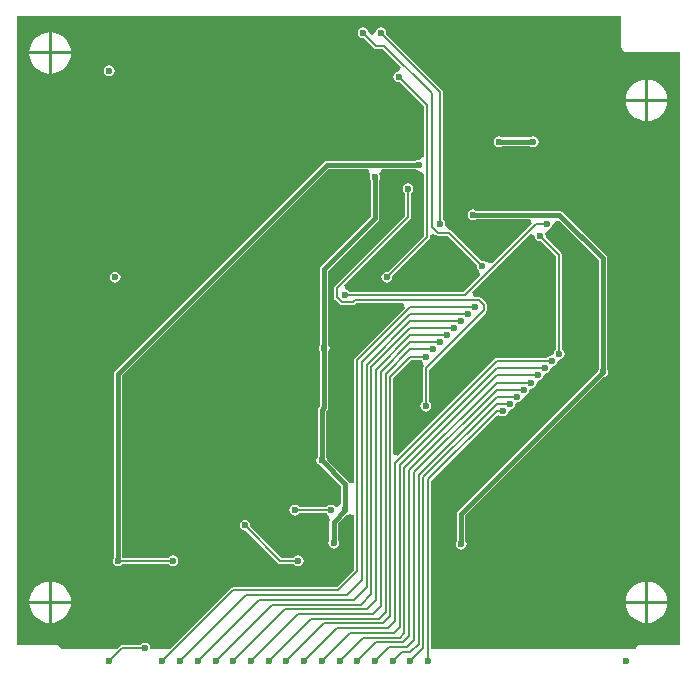
<source format=gbl>
G04 Layer_Physical_Order=2*
G04 Layer_Color=11436288*
%FSLAX25Y25*%
%MOIN*%
G70*
G01*
G75*
%ADD34C,0.01575*%
%ADD35C,0.00787*%
%ADD39C,0.02362*%
G36*
X342218Y425488D02*
X342913Y425349D01*
X343081Y425383D01*
X344389Y424598D01*
X344656Y424294D01*
Y403569D01*
X332603Y391516D01*
X332283Y391580D01*
X331589Y391441D01*
X330999Y391048D01*
X330606Y390459D01*
X330468Y389764D01*
X330606Y389069D01*
X330999Y388480D01*
X331589Y388086D01*
X332283Y387948D01*
X332978Y388086D01*
X333568Y388480D01*
X333961Y389069D01*
X334099Y389764D01*
X334036Y390083D01*
X346386Y402433D01*
X346605Y402762D01*
X346683Y403150D01*
Y403764D01*
X348137Y404367D01*
X348496Y404008D01*
X348825Y403788D01*
X349213Y403711D01*
X352588D01*
X362421Y393879D01*
X362357Y393559D01*
X362495Y392864D01*
X362889Y392275D01*
X362970Y392221D01*
X363332Y390669D01*
X363290Y390313D01*
X357848Y384871D01*
X319969D01*
X319788Y385142D01*
X319199Y385536D01*
X318802Y385615D01*
X318329Y386493D01*
X318175Y387214D01*
X340087Y409126D01*
X340306Y409455D01*
X340383Y409842D01*
Y417826D01*
X340654Y418007D01*
X341048Y418596D01*
X341186Y419291D01*
X341048Y419986D01*
X340654Y420575D01*
X340065Y420969D01*
X339370Y421107D01*
X338675Y420969D01*
X338086Y420575D01*
X337692Y419986D01*
X337554Y419291D01*
X337692Y418596D01*
X338086Y418007D01*
X338357Y417826D01*
Y410262D01*
X315032Y386937D01*
X314812Y386608D01*
X314735Y386221D01*
Y383071D01*
X314812Y382683D01*
X315032Y382354D01*
X316606Y380780D01*
X316935Y380560D01*
X317323Y380483D01*
X320866D01*
X321254Y380560D01*
X321583Y380780D01*
X322073Y381270D01*
X337847D01*
X338499Y379696D01*
X321725Y362921D01*
X321505Y362592D01*
X321428Y362205D01*
Y321351D01*
X319853Y321196D01*
X319811Y321408D01*
X319504Y321866D01*
X312400Y328971D01*
X312308Y329435D01*
X312045Y329829D01*
Y345083D01*
X312418Y345456D01*
X312724Y345915D01*
X312832Y346457D01*
Y365053D01*
X313095Y365447D01*
X313233Y366142D01*
X313095Y366837D01*
X312832Y367231D01*
Y391934D01*
X329347Y408449D01*
X329653Y408908D01*
X329761Y409449D01*
Y422140D01*
X330024Y422533D01*
X330162Y423228D01*
X330024Y423923D01*
X329855Y424176D01*
X330262Y425360D01*
X330553Y425751D01*
X341825D01*
X342218Y425488D01*
D02*
G37*
G36*
X381658Y403588D02*
X381649Y403543D01*
X381787Y402848D01*
X382181Y402259D01*
X382770Y401865D01*
X383465Y401727D01*
X383784Y401791D01*
X388751Y396824D01*
Y365638D01*
X388480Y365457D01*
X388086Y364868D01*
X387964Y364255D01*
X386707Y363489D01*
D01*
X385407Y362824D01*
X368898D01*
X368510Y362747D01*
X368181Y362527D01*
X335933Y330279D01*
X334478Y330882D01*
Y356273D01*
X340577Y362373D01*
X343810D01*
X343991Y362102D01*
X344158Y361991D01*
X344587Y360318D01*
X344587Y360193D01*
X344368Y359864D01*
X344290Y359477D01*
Y348316D01*
X344020Y348134D01*
X343626Y347545D01*
X343488Y346850D01*
X343626Y346155D01*
X344020Y345566D01*
X344609Y345173D01*
X345304Y345034D01*
X345999Y345173D01*
X346588Y345566D01*
X346981Y346155D01*
X347119Y346850D01*
X346981Y347545D01*
X346588Y348134D01*
X346317Y348316D01*
Y359057D01*
X365283Y378024D01*
X365503Y378352D01*
X365580Y378740D01*
Y380709D01*
X365503Y381096D01*
X365283Y381425D01*
X363709Y383000D01*
X363380Y383220D01*
X362992Y383297D01*
X361196D01*
X360594Y384752D01*
X380206Y404364D01*
X381658Y403588D01*
D02*
G37*
G36*
X410402Y466535D02*
X410524Y465921D01*
X410873Y465400D01*
X411393Y465052D01*
X412008Y464930D01*
X430087D01*
Y267354D01*
X416929D01*
X416315Y267231D01*
X415794Y266883D01*
X415446Y266363D01*
X415323Y265748D01*
X347076D01*
Y322021D01*
X368232Y343177D01*
X369582Y343991D01*
X370171Y343598D01*
X370866Y343460D01*
X371390Y343564D01*
X371561Y343598D01*
X371561Y343598D01*
X372150Y343991D01*
X372544Y344581D01*
Y344581D01*
X372544Y344581D01*
X373178Y345326D01*
X373923Y345960D01*
Y345960D01*
X373923D01*
Y345960D01*
X374512Y346354D01*
X374906Y346943D01*
X374906Y346943D01*
X374940Y347114D01*
X375044Y347638D01*
X375591Y348184D01*
X376115Y348288D01*
X376286Y348322D01*
X376286Y348322D01*
X376875Y348716D01*
X377268Y349305D01*
Y349305D01*
X377268Y349305D01*
X377902Y350051D01*
X378648Y350684D01*
Y350684D01*
X378648D01*
Y350684D01*
X379237Y351078D01*
X379630Y351667D01*
X379630Y351667D01*
X379664Y351838D01*
X379752Y352280D01*
X381010Y353047D01*
X381010Y353047D01*
X381010Y353047D01*
X381599Y353440D01*
X381993Y354029D01*
X381993Y354029D01*
X381993Y354029D01*
X382759Y355287D01*
X383372Y355409D01*
X383961Y355802D01*
X384355Y356392D01*
X384477Y357005D01*
X385734Y357771D01*
X385734Y357771D01*
X385734Y357771D01*
X386323Y358165D01*
X386717Y358754D01*
X386717Y358754D01*
X386717Y358754D01*
X387483Y360011D01*
X388096Y360133D01*
X388686Y360527D01*
X389079Y361116D01*
X389201Y361729D01*
X390459Y362495D01*
Y362495D01*
X390459D01*
Y362495D01*
X391048Y362889D01*
X391441Y363478D01*
X391442Y363478D01*
X391476Y363649D01*
X391580Y364173D01*
X391441Y364868D01*
X391048Y365457D01*
X390777Y365638D01*
Y397244D01*
X390700Y397632D01*
X390480Y397960D01*
X385217Y403224D01*
X385280Y403543D01*
X385142Y404238D01*
X385412Y404801D01*
X386049Y405709D01*
X386522Y405803D01*
X387111Y406196D01*
X387505Y406785D01*
X387643Y407480D01*
X388843Y408416D01*
X389816Y408577D01*
X402916Y395477D01*
Y359356D01*
X402653Y358963D01*
X402561Y358498D01*
X356086Y312024D01*
X355780Y311565D01*
X355672Y311024D01*
Y301876D01*
X355409Y301482D01*
X355271Y300787D01*
X355409Y300093D01*
X355802Y299503D01*
X356392Y299110D01*
X357087Y298971D01*
X357782Y299110D01*
X358371Y299503D01*
X358764Y300093D01*
X358903Y300787D01*
X358764Y301482D01*
X358501Y301876D01*
Y310438D01*
X404561Y356498D01*
X405026Y356590D01*
X405615Y356984D01*
X406008Y357573D01*
X406147Y358268D01*
X406008Y358963D01*
X405745Y359356D01*
Y396063D01*
X405638Y396604D01*
X405331Y397063D01*
X390764Y411630D01*
X390305Y411937D01*
X389764Y412044D01*
X362112D01*
X361719Y412308D01*
X361024Y412446D01*
X360329Y412308D01*
X359739Y411914D01*
X359346Y411325D01*
X359208Y410630D01*
X359346Y409935D01*
X359739Y409346D01*
X360329Y408952D01*
X361024Y408814D01*
X361719Y408952D01*
X362112Y409215D01*
X379965D01*
X380617Y407641D01*
X367419Y394443D01*
X367064Y394400D01*
X365511Y394762D01*
X365457Y394843D01*
X364868Y395237D01*
X364173Y395375D01*
X363854Y395311D01*
X353724Y405441D01*
X353395Y405660D01*
X353008Y405738D01*
X352872D01*
X352567Y406005D01*
X351783Y407312D01*
X351816Y407480D01*
X351678Y408175D01*
X351284Y408764D01*
X351013Y408945D01*
Y451575D01*
X350936Y451963D01*
X350716Y452291D01*
X332067Y470940D01*
X332131Y471260D01*
X331993Y471955D01*
X331599Y472544D01*
X331010Y472938D01*
X330315Y473076D01*
X329620Y472938D01*
X329031Y472544D01*
X328637Y471955D01*
X328499Y471260D01*
X327408Y470580D01*
X326225Y471260D01*
X326087Y471955D01*
X325693Y472544D01*
X325104Y472938D01*
X324409Y473076D01*
X323714Y472938D01*
X323125Y472544D01*
X322732Y471955D01*
X322593Y471260D01*
X322732Y470565D01*
X323125Y469976D01*
X323714Y469582D01*
X324409Y469444D01*
X324729Y469507D01*
X328024Y466213D01*
X328352Y465993D01*
X328740Y465916D01*
X331076D01*
X337041Y459951D01*
X336265Y458500D01*
X336221Y458509D01*
X335525Y458371D01*
X334936Y457977D01*
X334543Y457388D01*
X334404Y456693D01*
X334543Y455998D01*
X334936Y455409D01*
X335525Y455015D01*
X336221Y454877D01*
X336540Y454941D01*
X344656Y446824D01*
Y430037D01*
X344389Y429733D01*
X343081Y428948D01*
X342913Y428981D01*
X342218Y428843D01*
X341825Y428580D01*
X312205D01*
X311663Y428472D01*
X311205Y428166D01*
X241716Y358677D01*
X241410Y358219D01*
X241302Y357677D01*
Y296364D01*
X241039Y295971D01*
X240900Y295276D01*
X241039Y294581D01*
X241432Y293991D01*
X242022Y293598D01*
X242717Y293460D01*
X243411Y293598D01*
X244001Y293991D01*
X244182Y294262D01*
X259559D01*
X259739Y293991D01*
X260329Y293598D01*
X261024Y293460D01*
X261719Y293598D01*
X262308Y293991D01*
X262701Y294581D01*
X262840Y295276D01*
X262701Y295971D01*
X262308Y296560D01*
X261719Y296953D01*
X261024Y297092D01*
X260329Y296953D01*
X259739Y296560D01*
X259559Y296289D01*
X244182D01*
X244131Y296364D01*
Y357091D01*
X312791Y425751D01*
X326140D01*
X326431Y425360D01*
X326837Y424176D01*
X326669Y423923D01*
X326531Y423228D01*
X326669Y422533D01*
X326932Y422140D01*
Y410035D01*
X310417Y393520D01*
X310110Y393061D01*
X310003Y392520D01*
Y367231D01*
X309740Y366837D01*
X309601Y366142D01*
X309740Y365447D01*
X310003Y365053D01*
Y347043D01*
X309630Y346670D01*
X309323Y346211D01*
X309215Y345669D01*
Y329829D01*
X308952Y329435D01*
X308814Y328740D01*
X308952Y328045D01*
X309346Y327456D01*
X309935Y327062D01*
X310400Y326970D01*
X317089Y320280D01*
Y314111D01*
X315587Y313118D01*
X315310Y313166D01*
X315263Y313191D01*
X315064Y313489D01*
X314475Y313882D01*
X313779Y314021D01*
X313085Y313882D01*
X312495Y313489D01*
X312314Y313218D01*
X303040D01*
X302859Y313489D01*
X302270Y313882D01*
X301575Y314021D01*
X300880Y313882D01*
X300291Y313489D01*
X299897Y312900D01*
X299759Y312205D01*
X299897Y311510D01*
X300291Y310921D01*
X300880Y310527D01*
X301575Y310389D01*
X302270Y310527D01*
X302859Y310921D01*
X303040Y311192D01*
X312314D01*
X312495Y310921D01*
X312793Y310722D01*
X313148Y310055D01*
X313306Y308877D01*
X313260Y308809D01*
X313152Y308268D01*
Y302270D01*
X312889Y301876D01*
X312751Y301181D01*
X312889Y300486D01*
X313283Y299897D01*
X313872Y299503D01*
X314567Y299365D01*
X315262Y299503D01*
X315851Y299897D01*
X316245Y300486D01*
X316383Y301181D01*
X316245Y301876D01*
X315982Y302270D01*
Y307682D01*
X318734Y310435D01*
X319199Y310527D01*
X319788Y310921D01*
X319853Y311018D01*
X321428Y310540D01*
Y292152D01*
X315722Y286446D01*
X281102D01*
X280715Y286369D01*
X280386Y286150D01*
X259984Y265748D01*
X253714D01*
X253391Y266142D01*
X253253Y266837D01*
X252859Y267426D01*
X252270Y267819D01*
X251575Y267958D01*
X250880Y267819D01*
X250291Y267426D01*
X250110Y267155D01*
X244094D01*
X243707Y267078D01*
X243378Y266858D01*
X242268Y265748D01*
X223653D01*
X223531Y266363D01*
X223183Y266883D01*
X222662Y267231D01*
X222047Y267354D01*
X208889D01*
Y476741D01*
X410402D01*
Y466535D01*
D02*
G37*
%LPC*%
G36*
X418398Y288386D02*
X417544Y288302D01*
X416242Y287907D01*
X415043Y287266D01*
X413991Y286403D01*
X413128Y285351D01*
X412487Y284152D01*
X412092Y282850D01*
X412008Y281996D01*
X418398D01*
Y288386D01*
D02*
G37*
G36*
X220579D02*
Y281996D01*
X226968D01*
X226884Y282850D01*
X226489Y284152D01*
X225848Y285351D01*
X224985Y286403D01*
X223934Y287266D01*
X222734Y287907D01*
X221432Y288302D01*
X220579Y288386D01*
D02*
G37*
G36*
X419398D02*
Y281996D01*
X425787D01*
X425703Y282850D01*
X425308Y284152D01*
X424667Y285351D01*
X423804Y286403D01*
X422753Y287266D01*
X421553Y287907D01*
X420251Y288302D01*
X419398Y288386D01*
D02*
G37*
G36*
X220579Y471457D02*
Y465067D01*
X226968D01*
X226884Y465921D01*
X226489Y467222D01*
X225848Y468422D01*
X224985Y469474D01*
X223934Y470336D01*
X222734Y470978D01*
X221432Y471373D01*
X220579Y471457D01*
D02*
G37*
G36*
X285039Y308903D02*
X284344Y308764D01*
X283755Y308371D01*
X283362Y307782D01*
X283223Y307087D01*
X283362Y306392D01*
X283755Y305802D01*
X284344Y305409D01*
X285039Y305271D01*
X285359Y305334D01*
X296134Y294559D01*
X296463Y294339D01*
X296850Y294262D01*
X301291D01*
X301472Y293991D01*
X302061Y293598D01*
X302756Y293460D01*
X303451Y293598D01*
X304040Y293991D01*
X304434Y294581D01*
X304572Y295276D01*
X304434Y295971D01*
X304040Y296560D01*
X303451Y296953D01*
X302756Y297092D01*
X302061Y296953D01*
X301472Y296560D01*
X301291Y296289D01*
X297270D01*
X286792Y306767D01*
X286855Y307087D01*
X286717Y307782D01*
X286323Y308371D01*
X285734Y308764D01*
X285039Y308903D01*
D02*
G37*
G36*
X226968Y280996D02*
X220579D01*
Y274606D01*
X221432Y274691D01*
X222734Y275085D01*
X223934Y275727D01*
X224985Y276589D01*
X225848Y277641D01*
X226489Y278841D01*
X226884Y280142D01*
X226968Y280996D01*
D02*
G37*
G36*
X219579D02*
X213189D01*
X213273Y280142D01*
X213668Y278841D01*
X214309Y277641D01*
X215172Y276589D01*
X216224Y275727D01*
X217423Y275085D01*
X218725Y274691D01*
X219579Y274606D01*
Y280996D01*
D02*
G37*
G36*
X418398D02*
X412008D01*
X412092Y280142D01*
X412487Y278841D01*
X413128Y277641D01*
X413991Y276589D01*
X415043Y275727D01*
X416242Y275085D01*
X417544Y274691D01*
X418398Y274606D01*
Y280996D01*
D02*
G37*
G36*
X219579Y288386D02*
X218725Y288302D01*
X217423Y287907D01*
X216224Y287266D01*
X215172Y286403D01*
X214309Y285351D01*
X213668Y284152D01*
X213273Y282850D01*
X213189Y281996D01*
X219579D01*
Y288386D01*
D02*
G37*
G36*
X425787Y280996D02*
X419398D01*
Y274606D01*
X420251Y274691D01*
X421553Y275085D01*
X422753Y275727D01*
X423804Y276589D01*
X424667Y277641D01*
X425308Y278841D01*
X425703Y280142D01*
X425787Y280996D01*
D02*
G37*
G36*
X418398Y455709D02*
X417544Y455624D01*
X416242Y455230D01*
X415043Y454588D01*
X413991Y453725D01*
X413128Y452674D01*
X412487Y451474D01*
X412092Y450173D01*
X412008Y449319D01*
X418398D01*
Y455709D01*
D02*
G37*
G36*
X425787Y448319D02*
X419398D01*
Y441929D01*
X420251Y442013D01*
X421553Y442408D01*
X422753Y443049D01*
X423804Y443912D01*
X424667Y444964D01*
X425308Y446164D01*
X425703Y447465D01*
X425787Y448319D01*
D02*
G37*
G36*
X419398Y455709D02*
Y449319D01*
X425787D01*
X425703Y450173D01*
X425308Y451474D01*
X424667Y452674D01*
X423804Y453725D01*
X422753Y454588D01*
X421553Y455230D01*
X420251Y455624D01*
X419398Y455709D01*
D02*
G37*
G36*
X219579Y464067D02*
X213189D01*
X213273Y463213D01*
X213668Y461911D01*
X214309Y460712D01*
X215172Y459660D01*
X216224Y458797D01*
X217423Y458156D01*
X218725Y457761D01*
X219579Y457677D01*
Y464067D01*
D02*
G37*
G36*
X239764Y460477D02*
X239069Y460339D01*
X238480Y459945D01*
X238086Y459356D01*
X237948Y458661D01*
X238086Y457967D01*
X238480Y457377D01*
X239069Y456984D01*
X239764Y456845D01*
X240459Y456984D01*
X241048Y457377D01*
X241441Y457967D01*
X241580Y458661D01*
X241441Y459356D01*
X241048Y459945D01*
X240459Y460339D01*
X239764Y460477D01*
D02*
G37*
G36*
X226968Y464067D02*
X220579D01*
Y457677D01*
X221432Y457761D01*
X222734Y458156D01*
X223934Y458797D01*
X224985Y459660D01*
X225848Y460712D01*
X226489Y461911D01*
X226884Y463213D01*
X226968Y464067D01*
D02*
G37*
G36*
X219579Y471457D02*
X218725Y471373D01*
X217423Y470978D01*
X216224Y470336D01*
X215172Y469474D01*
X214309Y468422D01*
X213668Y467222D01*
X213273Y465921D01*
X213189Y465067D01*
X219579D01*
Y471457D01*
D02*
G37*
G36*
X241732Y391580D02*
X241037Y391441D01*
X240448Y391048D01*
X240054Y390459D01*
X239916Y389764D01*
X240054Y389069D01*
X240448Y388480D01*
X241037Y388086D01*
X241732Y387948D01*
X242427Y388086D01*
X243016Y388480D01*
X243410Y389069D01*
X243548Y389764D01*
X243410Y390459D01*
X243016Y391048D01*
X242427Y391441D01*
X241732Y391580D01*
D02*
G37*
G36*
X418398Y448319D02*
X412008D01*
X412092Y447465D01*
X412487Y446164D01*
X413128Y444964D01*
X413991Y443912D01*
X415043Y443049D01*
X416242Y442408D01*
X417544Y442013D01*
X418398Y441929D01*
Y448319D01*
D02*
G37*
G36*
X381102Y436855D02*
X380407Y436717D01*
X380013Y436454D01*
X370774D01*
X370380Y436717D01*
X369685Y436855D01*
X368990Y436717D01*
X368401Y436323D01*
X368007Y435734D01*
X367869Y435039D01*
X368007Y434344D01*
X368401Y433755D01*
X368990Y433362D01*
X369685Y433223D01*
X370380Y433362D01*
X370774Y433625D01*
X380013D01*
X380407Y433362D01*
X381102Y433223D01*
X381797Y433362D01*
X382386Y433755D01*
X382780Y434344D01*
X382918Y435039D01*
X382780Y435734D01*
X382386Y436323D01*
X381797Y436717D01*
X381102Y436855D01*
D02*
G37*
%LPD*%
D34*
X318504Y312205D02*
Y320866D01*
X310630Y328740D02*
X318504Y320866D01*
X314567Y308268D02*
X318504Y312205D01*
X314567Y301181D02*
Y308268D01*
X310630Y328740D02*
Y345669D01*
X311417Y346457D01*
Y366142D01*
Y392520D01*
X328346Y409449D01*
Y423228D01*
X361024Y410630D02*
X389764D01*
X404331Y396063D01*
Y358268D02*
Y396063D01*
X357087Y311024D02*
X404331Y358268D01*
X357087Y300787D02*
Y311024D01*
X242717Y295276D02*
Y357677D01*
X312205Y427165D01*
X342913D01*
X369685Y435039D02*
X381102D01*
D35*
X330315Y471260D02*
X350000Y451575D01*
Y407480D02*
Y451575D01*
X331496Y466929D02*
X347244Y451181D01*
X336221Y456693D02*
X345669Y447244D01*
Y403150D02*
Y447244D01*
X244094Y266142D02*
X251575D01*
X239764Y261811D02*
X244094Y266142D01*
X346063Y261811D02*
Y322441D01*
X340158Y261811D02*
X344488Y266142D01*
Y323228D01*
X340158Y363386D02*
X345276D01*
X340158Y365748D02*
X347638D01*
X340158Y368110D02*
X350000D01*
X340158Y370472D02*
X352362D01*
X340158Y372835D02*
X354724D01*
X340158Y375197D02*
X357087D01*
X340158Y377559D02*
X359449D01*
X340158Y379921D02*
X361811D01*
X242717Y295276D02*
X261024D01*
X333465Y356693D02*
X340158Y363386D01*
X331890Y357480D02*
X340158Y365748D01*
X330315Y358268D02*
X340158Y368110D01*
X328740Y359055D02*
X340158Y370472D01*
X327165Y359842D02*
X340158Y372835D01*
X325590Y360630D02*
X340158Y375197D01*
X324016Y361417D02*
X340158Y377559D01*
X322441Y362205D02*
X340158Y379921D01*
X334252Y261811D02*
X337402Y264961D01*
X328346Y261811D02*
X333071Y266535D01*
X322441Y261811D02*
X328740Y268110D01*
X316535Y261811D02*
X324409Y269685D01*
X336614D01*
X338189Y271260D01*
Y326378D01*
X328740Y268110D02*
X337795D01*
X339764Y270079D01*
Y325590D01*
X333071Y266535D02*
X338976D01*
X341339Y268898D01*
Y324803D01*
X337402Y264961D02*
X340158D01*
X342913Y267717D01*
Y324016D01*
X310630Y261811D02*
X320079Y271260D01*
X334646D01*
X336614Y273228D01*
Y327165D01*
X304724Y261811D02*
X315748Y272835D01*
X332677D01*
X335039Y275197D01*
Y327953D01*
X298819Y261811D02*
X311417Y274409D01*
X331102D01*
X333465Y276772D01*
Y356693D01*
X329528Y275984D02*
X331890Y278346D01*
X307087Y275984D02*
X329528D01*
X292913Y261811D02*
X307087Y275984D01*
X331890Y278346D02*
Y357480D01*
X287008Y261811D02*
X302756Y277559D01*
X327559D01*
X330315Y280315D01*
Y358268D01*
X325590Y279134D02*
X328740Y282283D01*
X298425Y279134D02*
X325590D01*
X281102Y261811D02*
X298425Y279134D01*
X328740Y282283D02*
Y359055D01*
X275197Y261811D02*
X294094Y280709D01*
X323622D01*
X327165Y284252D01*
Y359842D01*
X269291Y261811D02*
X289764Y282283D01*
X321260D01*
X325590Y286614D01*
Y360630D01*
X318898Y283858D02*
X324016Y288976D01*
X285433Y283858D02*
X318898D01*
X263386Y261811D02*
X285433Y283858D01*
X324016Y288976D02*
Y361417D01*
X257480Y261811D02*
X281102Y285433D01*
X316142D01*
X322441Y291732D01*
Y362205D01*
X301575Y312205D02*
X313779D01*
X296850Y295276D02*
X302756D01*
X368898Y345276D02*
X370866D01*
X346063Y322441D02*
X368898Y345276D01*
Y347638D02*
X373228D01*
X344488Y323228D02*
X368898Y347638D01*
Y350000D02*
X375590D01*
X342913Y324016D02*
X368898Y350000D01*
X368898Y352362D02*
X377953D01*
X341339Y324803D02*
X368898Y352362D01*
Y354724D02*
X380315D01*
X339764Y325590D02*
X368898Y354724D01*
Y357087D02*
X382677D01*
X338189Y326378D02*
X368898Y357087D01*
Y359449D02*
X385039D01*
X336614Y327165D02*
X368898Y359449D01*
Y361811D02*
X387402D01*
X335039Y327953D02*
X368898Y361811D01*
X285039Y307087D02*
X296850Y295276D01*
X353008Y404724D02*
X364173Y393559D01*
X349213Y404724D02*
X353008D01*
X347244Y406693D02*
X349213Y404724D01*
X347244Y406693D02*
Y451181D01*
X328740Y466929D02*
X331496D01*
X324409Y471260D02*
X328740Y466929D01*
X332283Y389764D02*
X345669Y403150D01*
X318504Y383858D02*
X358268D01*
X345304Y346850D02*
Y359477D01*
X364567Y378740D01*
Y380709D01*
X362992Y382283D02*
X364567Y380709D01*
X321654Y382283D02*
X362992D01*
X320866Y381496D02*
X321654Y382283D01*
X339370Y409842D02*
Y419291D01*
X389764Y364173D02*
Y397244D01*
X383465Y403543D02*
X389764Y397244D01*
X315748Y386221D02*
X339370Y409842D01*
X315748Y383071D02*
Y386221D01*
Y383071D02*
X317323Y381496D01*
X320866D01*
X381890Y407480D02*
X385827D01*
X358268Y383858D02*
X381890Y407480D01*
D39*
X284646Y296063D02*
D03*
X257480Y266929D02*
D03*
X367717Y311024D02*
D03*
X350787Y300787D02*
D03*
X304724Y366142D02*
D03*
X210236Y438976D02*
D03*
X407087Y474409D02*
D03*
X428740Y438976D02*
D03*
Y419291D02*
D03*
Y399606D02*
D03*
Y379921D02*
D03*
Y360236D02*
D03*
X409055Y364173D02*
D03*
X428740Y269685D02*
D03*
X399213Y267717D02*
D03*
X351969D02*
D03*
X241732Y389764D02*
D03*
X265354Y415354D02*
D03*
X285039D02*
D03*
X275197D02*
D03*
Y405512D02*
D03*
X265354Y454724D02*
D03*
X285039D02*
D03*
X275197D02*
D03*
Y464567D02*
D03*
X285039Y435039D02*
D03*
X255512D02*
D03*
X275197D02*
D03*
X265354D02*
D03*
X275197Y444882D02*
D03*
Y425197D02*
D03*
X285039D02*
D03*
Y444882D02*
D03*
X265354D02*
D03*
Y425197D02*
D03*
X255512D02*
D03*
Y444882D02*
D03*
X294882Y425197D02*
D03*
Y444882D02*
D03*
Y435039D02*
D03*
X245669D02*
D03*
X304724D02*
D03*
X336221Y437795D02*
D03*
X239764Y458661D02*
D03*
X359842Y393701D02*
D03*
X369291Y405118D02*
D03*
X428740Y340551D02*
D03*
Y320866D02*
D03*
Y301181D02*
D03*
X210236Y269685D02*
D03*
Y301181D02*
D03*
Y320866D02*
D03*
Y340551D02*
D03*
Y360236D02*
D03*
Y379921D02*
D03*
Y399606D02*
D03*
Y419291D02*
D03*
X418898Y429134D02*
D03*
Y423228D02*
D03*
X346063Y261811D02*
D03*
X340158D02*
D03*
X334252D02*
D03*
X322441D02*
D03*
X316535D02*
D03*
X310630D02*
D03*
X304724D02*
D03*
X239764D02*
D03*
X412008D02*
D03*
X257480D02*
D03*
X263386D02*
D03*
X269291D02*
D03*
X275197D02*
D03*
X281102D02*
D03*
X287008D02*
D03*
X292913D02*
D03*
X298819D02*
D03*
X328346D02*
D03*
X251575Y266142D02*
D03*
X365748Y423228D02*
D03*
X318898Y407087D02*
D03*
X328346Y423228D02*
D03*
X294882Y324803D02*
D03*
X371654Y423228D02*
D03*
X348031Y344488D02*
D03*
X340158Y352362D02*
D03*
X359842Y364173D02*
D03*
X364173Y393559D02*
D03*
X361024Y410630D02*
D03*
X345276Y363386D02*
D03*
X347638Y365748D02*
D03*
X350000Y368110D02*
D03*
X352362Y370472D02*
D03*
X354724Y372835D02*
D03*
X357087Y375197D02*
D03*
X359449Y377559D02*
D03*
X361811Y379921D02*
D03*
X302756Y389764D02*
D03*
X380315Y354724D02*
D03*
X385039Y359449D02*
D03*
X373228Y347638D02*
D03*
X375590Y350000D02*
D03*
X377953Y352362D02*
D03*
X382677Y357087D02*
D03*
X387402Y361811D02*
D03*
X242717Y295276D02*
D03*
X261024D02*
D03*
X301575Y312205D02*
D03*
X313779D02*
D03*
X314567Y301181D02*
D03*
X318504Y307087D02*
D03*
Y312205D02*
D03*
X302756Y295276D02*
D03*
X310630Y328740D02*
D03*
X307480Y322835D02*
D03*
X370866Y345276D02*
D03*
X389764Y364173D02*
D03*
X257480Y324803D02*
D03*
X294882Y345669D02*
D03*
X300787Y334646D02*
D03*
X285039Y307087D02*
D03*
X357087Y300787D02*
D03*
X318504Y383858D02*
D03*
X383465Y403543D02*
D03*
X330315Y471260D02*
D03*
X324409D02*
D03*
X339370Y419291D02*
D03*
X350000Y407480D02*
D03*
X332283Y389764D02*
D03*
X336221Y456693D02*
D03*
X345304Y346850D02*
D03*
X404331Y358268D02*
D03*
X311417Y366142D02*
D03*
X385827Y407480D02*
D03*
X342913Y427165D02*
D03*
X369685Y435039D02*
D03*
X381102D02*
D03*
M02*

</source>
